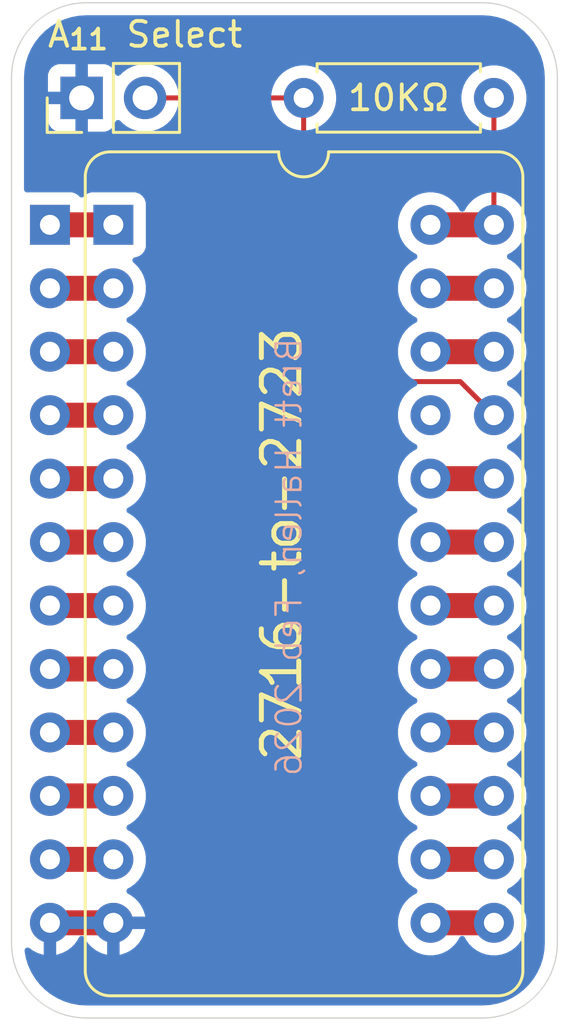
<source format=kicad_pcb>
(kicad_pcb (version 20241229) (generator "pcbnew") (generator_version "9.0")
  (title_block (title "2716-to-2732 Converter") (date "17/FEB/2026") (rev "A") (company "Brett Hallen") (comment 4 "Originally for Sharp MZ-80B IPL replacement"))
  (layers (0 "F.Cu" signal) (2 "B.Cu" signal) (13 "F.Paste" user) (15 "B.Paste" user) (5 "F.SilkS" user "F.Silkscreen") (7 "B.SilkS" user "B.Silkscreen") (1 "F.Mask" user) (3 "B.Mask" user) (25 "Edge.Cuts" user))
  (net 0 "")
  (net 1 "/A_{10}")
  (net 2 "/D_{2}")
  (net 3 "/A_{0}")
  (net 4 "GND")
  (net 6 "/A_{2}")
  (net 7 "/A_{4}")
  (net 8 "/A_{6}")
  (net 9 "/~{G}")
  (net 10 "/A_{5}")
  (net 11 "/A_{1}")
  (net 12 "/A_{9}")
  (net 13 "/D_{1}")
  (net 14 "/D_{4}")
  (net 15 "/D_{6}")
  (net 16 "/~{E}P")
  (net 17 "/D_{7}")
  (net 18 "VCC")
  (net 19 "/D_{3}")
  (net 20 "/A_{3}")
  (net 21 "/A_{8}")
  (net 22 "/D_{0}")
  (net 23 "/D_{5}")
  (net 24 "/A_{7}")
  (net 25 "/A_{11}")
  (footprint "Resistor_THT:R_Axial_DIN0207_L6.3mm_D2.5mm_P7.62mm_Horizontal" (layer "F.Cu") (at 86.145 43.945 180)
    (property "Reference" "R1" (hide yes))
    (property "Value" "10KΩ" (at 3.81 0 0) (layer "F.SilkS"))
    (fp_line (start 7.08 1.37) (end 7.08 1.04) (stroke (width 0.12)) (layer "F.SilkS"))
    (fp_line (start 7.08 -1.37) (end 7.08 -1.04) (stroke (width 0.12)) (layer "F.SilkS"))
    (fp_line (start 0.54 1.37) (end 7.08 1.37) (stroke (width 0.12)) (layer "F.SilkS"))
    (fp_line (start 0.54 1.04) (end 0.54 1.37) (stroke (width 0.12)) (layer "F.SilkS"))
    (fp_line (start 0.54 -1.04) (end 0.54 -1.37) (stroke (width 0.12)) (layer "F.SilkS"))
    (fp_line (start 0.54 -1.37) (end 7.08 -1.37) (stroke (width 0.12)) (layer "F.SilkS"))
    (pad "1" thru_hole circle (at 0 0 180) (size 1.6 1.6) (drill 0.8) (layers "*.Cu" "*.Mask") (net 18 "VCC"))
    (pad "2" thru_hole circle (at 7.62 0 180) (size 1.6 1.6) (drill 0.8) (layers "*.Cu" "*.Mask") (net 25 "/A_{11}"))
  )
  (footprint "Package_DIP:DIP-24_18.0mmx34.29mm_W15.24mm" (layer "F.Cu") (at 70.905 49.025)
    (property "Reference" "J2" (hide yes))
    (property "Value" "2732")
    (fp_line (start -1.126 -1.921) (end -1.126 29.861) (stroke (width 0.12)) (layer "F.SilkS"))
    (fp_line (start -0.126 30.861) (end 15.4 30.861) (stroke (width 0.12)) (layer "F.SilkS"))
    (fp_line (start 6.62 -2.921) (end -0.126 -2.921) (stroke (width 0.12)) (layer "F.SilkS"))
    (fp_line (start 15.4 -2.921) (end 8.62 -2.921) (stroke (width 0.12)) (layer "F.SilkS"))
    (fp_line (start 16.4 29.861) (end 16.4 -1.921) (stroke (width 0.12)) (layer "F.SilkS"))
    (fp_arc (start -1.126 -1.921) (mid -0.833107 -2.628107) (end -0.126 -2.921) (stroke (width 0.12)) (layer "F.SilkS"))
    (fp_arc (start -0.126 30.861) (mid -0.833107 30.568107) (end -1.126 29.861) (stroke (width 0.12)) (layer "F.SilkS"))
    (fp_arc (start 8.62 -2.921) (mid 7.62 -1.921) (end 6.62 -2.921) (stroke (width 0.12)) (layer "F.SilkS"))
    (fp_arc (start 15.4 -2.921) (mid 16.107107 -2.628107) (end 16.4 -1.921) (stroke (width 0.12)) (layer "F.SilkS"))
    (fp_arc (start 16.4 29.861) (mid 16.107107 30.568107) (end 15.4 30.861) (stroke (width 0.12)) (layer "F.SilkS"))
    (pad "1" thru_hole rect (at 0 0) (size 1.6 1.6) (drill 0.8) (layers "*.Cu" "*.Mask") (net 24 "/A_{7}"))
    (pad "2" thru_hole oval (at 0 2.54) (size 1.6 1.6) (drill 0.8) (layers "*.Cu" "*.Mask") (net 8 "/A_{6}"))
    (pad "3" thru_hole oval (at 0 5.08) (size 1.6 1.6) (drill 0.8) (layers "*.Cu" "*.Mask") (net 10 "/A_{5}"))
    (pad "4" thru_hole oval (at 0 7.62) (size 1.6 1.6) (drill 0.8) (layers "*.Cu" "*.Mask") (net 7 "/A_{4}"))
    (pad "5" thru_hole oval (at 0 10.16) (size 1.6 1.6) (drill 0.8) (layers "*.Cu" "*.Mask") (net 20 "/A_{3}"))
    (pad "6" thru_hole oval (at 0 12.7) (size 1.6 1.6) (drill 0.8) (layers "*.Cu" "*.Mask") (net 6 "/A_{2}"))
    (pad "7" thru_hole oval (at 0 15.24) (size 1.6 1.6) (drill 0.8) (layers "*.Cu" "*.Mask") (net 11 "/A_{1}"))
    (pad "8" thru_hole oval (at 0 17.78) (size 1.6 1.6) (drill 0.8) (layers "*.Cu" "*.Mask") (net 3 "/A_{0}"))
    (pad "9" thru_hole oval (at 0 20.32) (size 1.6 1.6) (drill 0.8) (layers "*.Cu" "*.Mask") (net 22 "/D_{0}"))
    (pad "10" thru_hole oval (at 0 22.86) (size 1.6 1.6) (drill 0.8) (layers "*.Cu" "*.Mask") (net 13 "/D_{1}"))
    (pad "11" thru_hole oval (at 0 25.4) (size 1.6 1.6) (drill 0.8) (layers "*.Cu" "*.Mask") (net 2 "/D_{2}"))
    (pad "12" thru_hole oval (at 0 27.94) (size 1.6 1.6) (drill 0.8) (layers "*.Cu" "*.Mask") (net 4 "GND"))
    (pad "13" thru_hole oval (at 15.24 27.94) (size 1.6 1.6) (drill 0.8) (layers "*.Cu" "*.Mask") (net 19 "/D_{3}"))
    (pad "14" thru_hole oval (at 15.24 25.4) (size 1.6 1.6) (drill 0.8) (layers "*.Cu" "*.Mask") (net 14 "/D_{4}"))
    (pad "15" thru_hole oval (at 15.24 22.86) (size 1.6 1.6) (drill 0.8) (layers "*.Cu" "*.Mask") (net 23 "/D_{5}"))
    (pad "16" thru_hole oval (at 15.24 20.32) (size 1.6 1.6) (drill 0.8) (layers "*.Cu" "*.Mask") (net 15 "/D_{6}"))
    (pad "17" thru_hole oval (at 15.24 17.78) (size 1.6 1.6) (drill 0.8) (layers "*.Cu" "*.Mask") (net 17 "/D_{7}"))
    (pad "18" thru_hole oval (at 15.24 15.24) (size 1.6 1.6) (drill 0.8) (layers "*.Cu" "*.Mask") (net 16 "/~{E}P"))
    (pad "19" thru_hole oval (at 15.24 12.7) (size 1.6 1.6) (drill 0.8) (layers "*.Cu" "*.Mask") (net 1 "/A_{10}"))
    (pad "20" thru_hole oval (at 15.24 10.16) (size 1.6 1.6) (drill 0.8) (layers "*.Cu" "*.Mask") (net 9 "/~{G}"))
    (pad "21" thru_hole oval (at 15.24 7.62) (size 1.6 1.6) (drill 0.8) (layers "*.Cu" "*.Mask") (net 25 "/A_{11}"))
    (pad "22" thru_hole oval (at 15.24 5.08) (size 1.6 1.6) (drill 0.8) (layers "*.Cu" "*.Mask") (net 12 "/A_{9}"))
    (pad "23" thru_hole oval (at 15.24 2.54) (size 1.6 1.6) (drill 0.8) (layers "*.Cu" "*.Mask") (net 21 "/A_{8}"))
    (pad "24" thru_hole oval (at 15.24 0) (size 1.6 1.6) (drill 0.8) (layers "*.Cu" "*.Mask") (net 18 "VCC"))
  )
  (footprint "Connector_PinHeader_2.54mm:PinHeader_1x02_P2.54mm_Vertical" (layer "F.Cu") (at 69.635 43.945 90)
    (property "Reference" "SW1" (hide yes))
    (property "Value" "A_{11} Select" (at 2.54 2.54 180) (layer "F.SilkS"))
    (fp_line (start -1.38 -1.38) (end 0 -1.38) (stroke (width 0.12)) (layer "F.SilkS"))
    (fp_line (start -1.38 0) (end -1.38 -1.38) (stroke (width 0.12)) (layer "F.SilkS"))
    (fp_line (start 1.38 1.27) (end 1.38 3.92) (stroke (width 0.12)) (layer "F.SilkS"))
    (fp_line (start -1.38 1.27) (end 1.38 1.27) (stroke (width 0.12)) (layer "F.SilkS"))
    (fp_line (start -1.38 1.27) (end -1.38 3.92) (stroke (width 0.12)) (layer "F.SilkS"))
    (fp_line (start -1.38 3.92) (end 1.38 3.92) (stroke (width 0.12)) (layer "F.SilkS"))
    (pad "1" thru_hole rect (at 0 0 90) (size 1.7 1.7) (drill 1) (layers "*.Cu" "*.Mask") (net 4 "GND"))
    (pad "2" thru_hole circle (at 0 2.54 90) (size 1.7 1.7) (drill 1) (layers "*.Cu" "*.Mask") (net 25 "/A_{11}"))
  )
  (footprint "Package_DIP:DIP-24_18.0mmx34.29mm_W15.24mm" (layer "F.Cu") (at 68.365 49.025)
    (property "Reference" "J1" (hide yes))
    (property "Value" "2716")
    (pad "1" thru_hole rect (at 0 0) (size 1.6 1.6) (drill 0.8) (layers "*.Cu" "*.Mask") (net 24 "/A_{7}"))
    (pad "2" thru_hole oval (at 0 2.54) (size 1.6 1.6) (drill 0.8) (layers "*.Cu" "*.Mask") (net 8 "/A_{6}"))
    (pad "3" thru_hole oval (at 0 5.08) (size 1.6 1.6) (drill 0.8) (layers "*.Cu" "*.Mask") (net 10 "/A_{5}"))
    (pad "4" thru_hole oval (at 0 7.62) (size 1.6 1.6) (drill 0.8) (layers "*.Cu" "*.Mask") (net 7 "/A_{4}"))
    (pad "5" thru_hole oval (at 0 10.16) (size 1.6 1.6) (drill 0.8) (layers "*.Cu" "*.Mask") (net 20 "/A_{3}"))
    (pad "6" thru_hole oval (at 0 12.7) (size 1.6 1.6) (drill 0.8) (layers "*.Cu" "*.Mask") (net 6 "/A_{2}"))
    (pad "7" thru_hole oval (at 0 15.24) (size 1.6 1.6) (drill 0.8) (layers "*.Cu" "*.Mask") (net 11 "/A_{1}"))
    (pad "8" thru_hole oval (at 0 17.78) (size 1.6 1.6) (drill 0.8) (layers "*.Cu" "*.Mask") (net 3 "/A_{0}"))
    (pad "9" thru_hole oval (at 0 20.32) (size 1.6 1.6) (drill 0.8) (layers "*.Cu" "*.Mask") (net 22 "/D_{0}"))
    (pad "10" thru_hole oval (at 0 22.86) (size 1.6 1.6) (drill 0.8) (layers "*.Cu" "*.Mask") (net 13 "/D_{1}"))
    (pad "11" thru_hole oval (at 0 25.4) (size 1.6 1.6) (drill 0.8) (layers "*.Cu" "*.Mask") (net 2 "/D_{2}"))
    (pad "12" thru_hole oval (at 0 27.94) (size 1.6 1.6) (drill 0.8) (layers "*.Cu" "*.Mask") (net 4 "GND"))
    (pad "13" thru_hole oval (at 15.24 27.94) (size 1.6 1.6) (drill 0.8) (layers "*.Cu" "*.Mask") (net 19 "/D_{3}"))
    (pad "14" thru_hole oval (at 15.24 25.4) (size 1.6 1.6) (drill 0.8) (layers "*.Cu" "*.Mask") (net 14 "/D_{4}"))
    (pad "15" thru_hole oval (at 15.24 22.86) (size 1.6 1.6) (drill 0.8) (layers "*.Cu" "*.Mask") (net 23 "/D_{5}"))
    (pad "16" thru_hole oval (at 15.24 20.32) (size 1.6 1.6) (drill 0.8) (layers "*.Cu" "*.Mask") (net 15 "/D_{6}"))
    (pad "17" thru_hole oval (at 15.24 17.78) (size 1.6 1.6) (drill 0.8) (layers "*.Cu" "*.Mask") (net 17 "/D_{7}"))
    (pad "18" thru_hole oval (at 15.24 15.24) (size 1.6 1.6) (drill 0.8) (layers "*.Cu" "*.Mask") (net 16 "/~{E}P"))
    (pad "19" thru_hole oval (at 15.24 12.7) (size 1.6 1.6) (drill 0.8) (layers "*.Cu" "*.Mask") (net 1 "/A_{10}"))
    (pad "20" thru_hole oval (at 15.24 10.16) (size 1.6 1.6) (drill 0.8) (layers "*.Cu" "*.Mask") (net 9 "/~{G}"))
    (pad "21" thru_hole oval (at 15.24 7.62) (size 1.6 1.6) (drill 0.8) (layers "*.Cu" "*.Mask"))
    (pad "22" thru_hole oval (at 15.24 5.08) (size 1.6 1.6) (drill 0.8) (layers "*.Cu" "*.Mask") (net 12 "/A_{9}"))
    (pad "23" thru_hole oval (at 15.24 2.54) (size 1.6 1.6) (drill 0.8) (layers "*.Cu" "*.Mask") (net 21 "/A_{8}"))
    (pad "24" thru_hole oval (at 15.24 0) (size 1.6 1.6) (drill 0.8) (layers "*.Cu" "*.Mask") (net 18 "VCC"))
  )
  (gr_line (start 66.825 77.775) (end 66.825 43.135) (stroke (width 0.05)) (layer "Edge.Cuts"))
  (gr_line (start 88.685 43.135) (end 88.685 77.775) (stroke (width 0.05)) (layer "Edge.Cuts"))
  (gr_line (start 85.685 80.775) (end 69.825 80.775) (stroke (width 0.05)) (layer "Edge.Cuts"))
  (gr_arc (start 66.825 43.135) (mid 67.70368 41.01368) (end 69.825 40.135) (stroke (width 0.05)) (layer "Edge.Cuts"))
  (gr_arc (start 88.685 77.775) (mid 87.80632 79.89632) (end 85.685 80.775) (stroke (width 0.05)) (layer "Edge.Cuts"))
  (gr_line (start 69.825 40.135) (end 85.685 40.135) (stroke (width 0.05)) (layer "Edge.Cuts"))
  (gr_arc (start 69.825 80.775) (mid 67.70368 79.89632) (end 66.825 77.775) (stroke (width 0.05)) (layer "Edge.Cuts"))
  (gr_arc (start 85.685 40.135) (mid 87.80632 41.01368) (end 88.685 43.135) (stroke (width 0.05)) (layer "Edge.Cuts"))
  (gr_text "2716-to-2723" (at 78.525 70.615 90) (layer "F.SilkS") (effects (font (size 1.5 1.5) (thickness 0.2)) (justify left bottom)))
  (gr_text "Brett Hallen, Feb 2026" (at 78.525 53.47 90) (layer "B.SilkS") (effects (font (size 1 1) (thickness 0.1)) (justify left bottom mirror)))
  (segment (start 86.145 61.725) (end 83.605 61.725) (width 1) (layer "F.Cu") (net 1))
  (segment (start 68.365 74.425) (end 70.905 74.425) (width 1) (layer "F.Cu") (net 2))
  (segment (start 68.365 66.805) (end 70.905 66.805) (width 1) (layer "F.Cu") (net 3))
  (segment (start 68.365 76.965) (end 70.905 76.965) (width 1) (layer "F.Cu") (net 4))
  (segment (start 68.365 61.725) (end 70.905 61.725) (width 1) (layer "F.Cu") (net 6))
  (segment (start 68.365 56.645) (end 70.905 56.645) (width 1) (layer "F.Cu") (net 7))
  (segment (start 68.365 51.565) (end 70.905 51.565) (width 1) (layer "F.Cu") (net 8))
  (segment (start 83.605 59.185) (end 86.145 59.185) (width 1) (layer "F.Cu") (net 9))
  (segment (start 68.365 54.105) (end 70.905 54.105) (width 1) (layer "F.Cu") (net 10))
  (segment (start 70.905 64.265) (end 68.365 64.265) (width 1) (layer "F.Cu") (net 11))
  (segment (start 83.605 54.105) (end 86.145 54.105) (width 1) (layer "F.Cu") (net 12))
  (segment (start 68.365 71.885) (end 70.905 71.885) (width 1) (layer "F.Cu") (net 13))
  (segment (start 86.145 74.425) (end 83.605 74.425) (width 1) (layer "F.Cu") (net 14))
  (segment (start 86.145 69.345) (end 83.605 69.345) (width 1) (layer "F.Cu") (net 15))
  (segment (start 83.605 64.265) (end 86.145 64.265) (width 1) (layer "F.Cu") (net 16))
  (segment (start 83.605 66.805) (end 86.145 66.805) (width 1) (layer "F.Cu") (net 17))
  (segment (start 83.605 49.025) (end 86.145 49.025) (width 1) (layer "F.Cu") (net 18))
  (segment (start 86.145 43.945) (end 86.145 49.025) (width 0.2) (layer "F.Cu") (net 18))
  (segment (start 83.605 76.965) (end 86.145 76.965) (width 1) (layer "F.Cu") (net 19))
  (segment (start 68.365 59.185) (end 70.905 59.185) (width 1) (layer "F.Cu") (net 20))
  (segment (start 83.605 51.565) (end 86.145 51.565) (width 1) (layer "F.Cu") (net 21))
  (segment (start 68.365 69.345) (end 70.905 69.345) (width 1) (layer "F.Cu") (net 22))
  (segment (start 83.605 71.885) (end 86.145 71.885) (width 1) (layer "F.Cu") (net 23))
  (segment (start 68.365 49.025) (end 70.905 49.025) (width 1) (layer "F.Cu") (net 24))
  (segment (start 82.615 55.3) (end 84.8 55.3) (width 0.2) (layer "F.Cu") (net 25))
  (segment (start 72.175 43.945) (end 78.525 43.945) (width 0.2) (layer "F.Cu") (net 25))
  (segment (start 78.525 43.945) (end 78.525 51.21) (width 0.2) (layer "F.Cu") (net 25))
  (segment (start 84.8 55.3) (end 86.145 56.645) (width 0.2) (layer "F.Cu") (net 25))
  (segment (start 78.525 51.21) (end 82.615 55.3) (width 0.2) (layer "F.Cu") (net 25))
  (zone (net 4) (net_name "GND") (layer "B.Cu") (connect_pads (clearance 0.5)) (min_thickness 0.25) (fill yes (thermal_gap 0.5) (thermal_bridge_width 0.5))
    (polygon (pts (xy 66.365 40.025) (xy 89.365 40.025) (xy 89.365 81.025) (xy 66.365 81.025)))
  )
)
</source>
